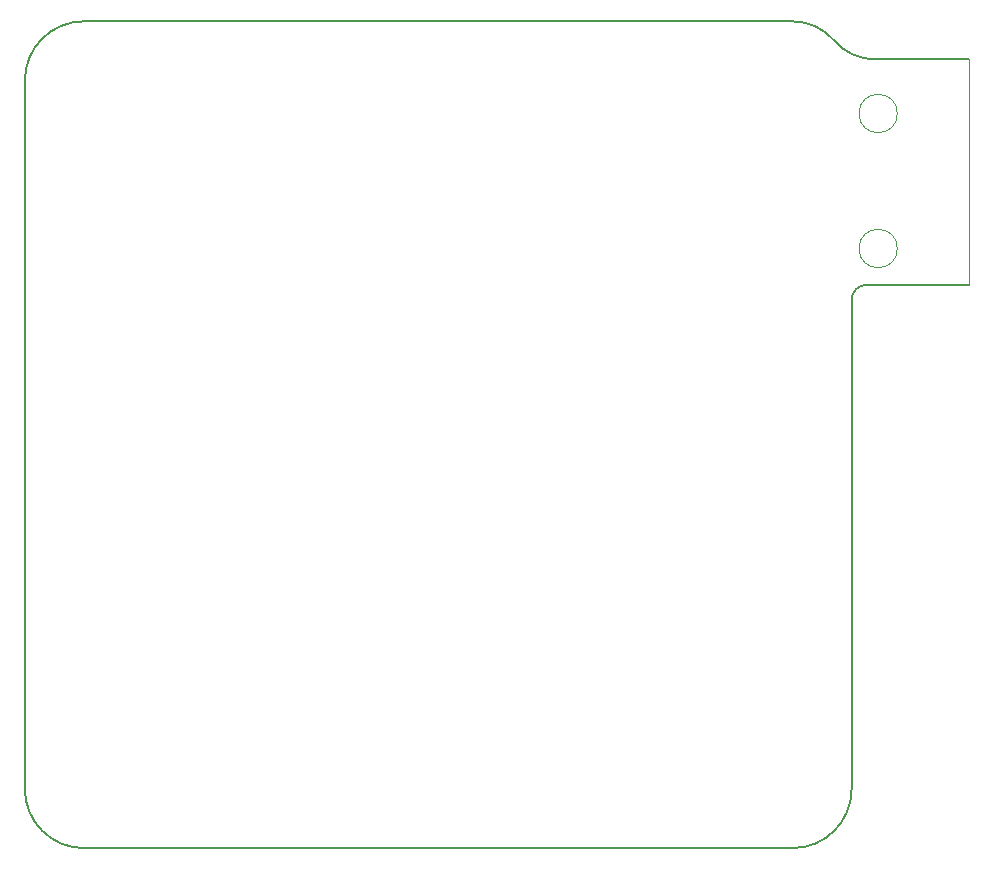
<source format=gbr>
%TF.GenerationSoftware,KiCad,Pcbnew,(7.0.0)*%
%TF.CreationDate,2023-02-23T17:38:32-05:00*%
%TF.ProjectId,TeamButton,5465616d-4275-4747-946f-6e2e6b696361,rev?*%
%TF.SameCoordinates,Original*%
%TF.FileFunction,Profile,NP*%
%FSLAX46Y46*%
G04 Gerber Fmt 4.6, Leading zero omitted, Abs format (unit mm)*
G04 Created by KiCad (PCBNEW (7.0.0)) date 2023-02-23 17:38:32*
%MOMM*%
%LPD*%
G01*
G04 APERTURE LIST*
%TA.AperFunction,Profile*%
%ADD10C,0.100000*%
%TD*%
%TA.AperFunction,Profile*%
%ADD11C,0.200000*%
%TD*%
G04 APERTURE END LIST*
D10*
X154940000Y-67310000D02*
X154940000Y-48227746D01*
D11*
X75000000Y-50000000D02*
X75000000Y-110000000D01*
X143510007Y-46613867D02*
G75*
G03*
X140000000Y-45000000I-3510007J-3010033D01*
G01*
X140000000Y-115000000D02*
G75*
G03*
X145000000Y-110000000I0J5000000D01*
G01*
X146270000Y-67310000D02*
G75*
G03*
X145000000Y-68580000I0J-1270000D01*
G01*
X80000000Y-45000000D02*
X140000000Y-45000000D01*
X146270000Y-67310000D02*
X154940000Y-67310000D01*
X80000000Y-45000000D02*
G75*
G03*
X75000000Y-50000000I0J-5000000D01*
G01*
X154940000Y-48227746D02*
X147020000Y-48227746D01*
X140000000Y-115000000D02*
X80000000Y-115000000D01*
X143510007Y-46613867D02*
G75*
G03*
X147020000Y-48227746I3509993J3009967D01*
G01*
X145000000Y-110000000D02*
X145000000Y-68580000D01*
X75000000Y-110000000D02*
G75*
G03*
X80000000Y-115000000I5000000J0D01*
G01*
D10*
%TO.C,J1*%
X148875000Y-52805000D02*
G75*
G03*
X148875000Y-52805000I-1625000J0D01*
G01*
X148875000Y-64235000D02*
G75*
G03*
X148875000Y-64235000I-1625000J0D01*
G01*
%TD*%
M02*

</source>
